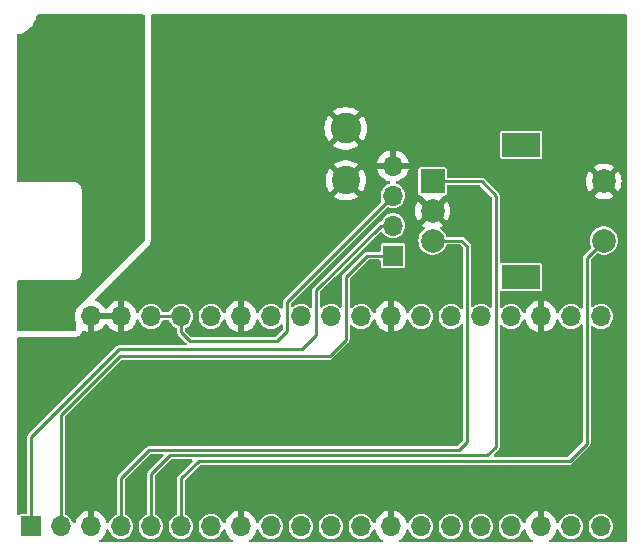
<source format=gbr>
%TF.GenerationSoftware,KiCad,Pcbnew,7.0.1*%
%TF.CreationDate,2023-12-01T14:10:48+08:00*%
%TF.ProjectId,USB-PD-Bench-Supply-PCB,5553422d-5044-42d4-9265-6e63682d5375,1*%
%TF.SameCoordinates,PX68e7780PY3938700*%
%TF.FileFunction,Copper,L1,Top*%
%TF.FilePolarity,Positive*%
%FSLAX46Y46*%
G04 Gerber Fmt 4.6, Leading zero omitted, Abs format (unit mm)*
G04 Created by KiCad (PCBNEW 7.0.1) date 2023-12-01 14:10:48*
%MOMM*%
%LPD*%
G01*
G04 APERTURE LIST*
%TA.AperFunction,ComponentPad*%
%ADD10C,2.600000*%
%TD*%
%TA.AperFunction,ComponentPad*%
%ADD11C,2.400000*%
%TD*%
%TA.AperFunction,ComponentPad*%
%ADD12R,1.700000X1.700000*%
%TD*%
%TA.AperFunction,ComponentPad*%
%ADD13O,1.700000X1.700000*%
%TD*%
%TA.AperFunction,ComponentPad*%
%ADD14R,2.000000X2.000000*%
%TD*%
%TA.AperFunction,ComponentPad*%
%ADD15C,2.000000*%
%TD*%
%TA.AperFunction,ComponentPad*%
%ADD16R,3.200000X2.000000*%
%TD*%
%TA.AperFunction,Conductor*%
%ADD17C,0.250000*%
%TD*%
%TA.AperFunction,Conductor*%
%ADD18C,1.000000*%
%TD*%
G04 APERTURE END LIST*
D10*
%TO.P,J4,1,Pin_1*%
%TO.N,GND*%
X28000000Y-9800000D03*
%TD*%
D11*
%TO.P,J5,1,Pin_1*%
%TO.N,GND*%
X28000000Y-14200000D03*
%TD*%
%TO.P,J3,1,Pin_1*%
%TO.N,/VBUS*%
X8000000Y-14200000D03*
%TD*%
D10*
%TO.P,J2,1,Pin_1*%
%TO.N,/VBUS*%
X8000000Y-9800000D03*
%TD*%
D12*
%TO.P,J1,1,Pin_1*%
%TO.N,/SCL*%
X32000000Y-20580000D03*
D13*
%TO.P,J1,2,Pin_2*%
%TO.N,/SDA*%
X32000000Y-18040000D03*
%TO.P,J1,3,Pin_3*%
%TO.N,+3V3*%
X32000000Y-15500000D03*
%TO.P,J1,4,Pin_4*%
%TO.N,GND*%
X32000000Y-12960000D03*
%TD*%
D14*
%TO.P,SW1,A,A*%
%TO.N,/ENC_A*%
X35350000Y-14300000D03*
D15*
%TO.P,SW1,B,B*%
%TO.N,/ENC_B*%
X35350000Y-19300000D03*
%TO.P,SW1,C,C*%
%TO.N,GND*%
X35350000Y-16800000D03*
D16*
%TO.P,SW1,MP*%
%TO.N,N/C*%
X42850000Y-11200000D03*
X42850000Y-22400000D03*
D15*
%TO.P,SW1,S1,S1*%
%TO.N,/ENC_SW*%
X49850000Y-19300000D03*
%TO.P,SW1,S2,S2*%
%TO.N,GND*%
X49850000Y-14300000D03*
%TD*%
D12*
%TO.P,U6,1,SDA_0*%
%TO.N,/SDA*%
X1351000Y-43500000D03*
D13*
%TO.P,U6,2,SCL_0*%
%TO.N,/SCL*%
X3891000Y-43500000D03*
%TO.P,U6,3,GND*%
%TO.N,GND*%
X6431000Y-43500000D03*
%TO.P,U6,4,GPIO2*%
%TO.N,/ENC_B*%
X8971000Y-43500000D03*
%TO.P,U6,5,GPIO3*%
%TO.N,/ENC_A*%
X11511000Y-43500000D03*
%TO.P,U6,6,GPIO4*%
%TO.N,/ENC_SW*%
X14051000Y-43500000D03*
%TO.P,U6,7,GPIO5*%
%TO.N,unconnected-(U6-GPIO5-Pad7)*%
X16591000Y-43500000D03*
%TO.P,U6,8,GND*%
%TO.N,GND*%
X19131000Y-43500000D03*
%TO.P,U6,9,GPIO6*%
%TO.N,unconnected-(U6-GPIO6-Pad9)*%
X21671000Y-43500000D03*
%TO.P,U6,10,GPIO7*%
%TO.N,unconnected-(U6-GPIO7-Pad10)*%
X24211000Y-43500000D03*
%TO.P,U6,11,GPIO8*%
%TO.N,unconnected-(U6-GPIO8-Pad11)*%
X26751000Y-43500000D03*
%TO.P,U6,12,GPIO9*%
%TO.N,unconnected-(U6-GPIO9-Pad12)*%
X29291000Y-43500000D03*
%TO.P,U6,13,GND*%
%TO.N,GND*%
X31831000Y-43500000D03*
%TO.P,U6,14,GPIO10*%
%TO.N,unconnected-(U6-GPIO10-Pad14)*%
X34371000Y-43500000D03*
%TO.P,U6,15,GPIO11*%
%TO.N,unconnected-(U6-GPIO11-Pad15)*%
X36911000Y-43500000D03*
%TO.P,U6,16,GPIO12*%
%TO.N,unconnected-(U6-GPIO12-Pad16)*%
X39451000Y-43500000D03*
%TO.P,U6,17,GPIO13*%
%TO.N,unconnected-(U6-GPIO13-Pad17)*%
X41991000Y-43500000D03*
%TO.P,U6,18,GND*%
%TO.N,GND*%
X44531000Y-43500000D03*
%TO.P,U6,19,GPIO14*%
%TO.N,unconnected-(U6-GPIO14-Pad19)*%
X47071000Y-43500000D03*
%TO.P,U6,20,GPIO15*%
%TO.N,unconnected-(U6-GPIO15-Pad20)*%
X49611000Y-43500000D03*
%TO.P,U6,21,GPIO16*%
%TO.N,unconnected-(U6-GPIO16-Pad21)*%
X49611000Y-25720000D03*
%TO.P,U6,22,GPIO17*%
%TO.N,unconnected-(U6-GPIO17-Pad22)*%
X47071000Y-25720000D03*
%TO.P,U6,23,GND*%
%TO.N,GND*%
X44531000Y-25720000D03*
%TO.P,U6,24,GPIO18*%
%TO.N,unconnected-(U6-GPIO18-Pad24)*%
X41991000Y-25720000D03*
%TO.P,U6,25,GPIO19*%
%TO.N,unconnected-(U6-GPIO19-Pad25)*%
X39451000Y-25720000D03*
%TO.P,U6,26,GPIO20*%
%TO.N,unconnected-(U6-GPIO20-Pad26)*%
X36911000Y-25720000D03*
%TO.P,U6,27,GPIO21*%
%TO.N,unconnected-(U6-GPIO21-Pad27)*%
X34371000Y-25720000D03*
%TO.P,U6,28,GND*%
%TO.N,GND*%
X31831000Y-25720000D03*
%TO.P,U6,29,GPIO22*%
%TO.N,unconnected-(U6-GPIO22-Pad29)*%
X29291000Y-25720000D03*
%TO.P,U6,30,RESETz*%
%TO.N,unconnected-(U6-RESETz-Pad30)*%
X26751000Y-25720000D03*
%TO.P,U6,31,ADC0*%
%TO.N,unconnected-(U6-ADC0-Pad31)*%
X24211000Y-25720000D03*
%TO.P,U6,32,ADC1*%
%TO.N,unconnected-(U6-ADC1-Pad32)*%
X21671000Y-25720000D03*
%TO.P,U6,33,GND*%
%TO.N,GND*%
X19131000Y-25720000D03*
%TO.P,U6,34,ADC2*%
%TO.N,unconnected-(U6-ADC2-Pad34)*%
X16591000Y-25720000D03*
%TO.P,U6,35,3V3*%
%TO.N,+3V3*%
X14051000Y-25720000D03*
%TO.P,U6,36,3V3*%
X11511000Y-25720000D03*
%TO.P,U6,37,GND*%
%TO.N,GND*%
X8971000Y-25720000D03*
%TO.P,U6,38,GND*%
X6431000Y-25720000D03*
%TO.P,U6,39,VBUS*%
%TO.N,/VBUS*%
X3891000Y-25720000D03*
%TO.P,U6,40,VBUS*%
X1351000Y-25720000D03*
%TD*%
D17*
%TO.N,/ENC_A*%
X40000000Y-37500000D02*
X40700000Y-36800000D01*
X13100000Y-37500000D02*
X40000000Y-37500000D01*
X40700000Y-36800000D02*
X40700000Y-15500000D01*
X40700000Y-15500000D02*
X39500000Y-14300000D01*
X11511000Y-39089000D02*
X13100000Y-37500000D01*
X39500000Y-14300000D02*
X35350000Y-14300000D01*
X11511000Y-43500000D02*
X11511000Y-39089000D01*
%TO.N,/ENC_B*%
X8971000Y-39429000D02*
X8971000Y-43500000D01*
X37550000Y-37050000D02*
X11350000Y-37050000D01*
X11350000Y-37050000D02*
X8971000Y-39429000D01*
X38276000Y-36324000D02*
X37550000Y-37050000D01*
X38276000Y-19776000D02*
X38276000Y-36324000D01*
X37800000Y-19300000D02*
X38276000Y-19776000D01*
X35350000Y-19300000D02*
X37800000Y-19300000D01*
%TO.N,/ENC_SW*%
X15550000Y-37950000D02*
X14051000Y-39449000D01*
X46950000Y-37950000D02*
X15550000Y-37950000D01*
X48400000Y-36500000D02*
X46950000Y-37950000D01*
X48400000Y-20750000D02*
X48400000Y-36500000D01*
X14051000Y-39449000D02*
X14051000Y-43500000D01*
X49850000Y-19300000D02*
X48400000Y-20750000D01*
%TO.N,+3V3*%
X14051000Y-27051000D02*
X14051000Y-25720000D01*
X14800000Y-27800000D02*
X14051000Y-27051000D01*
X23000000Y-27000000D02*
X22200000Y-27800000D01*
X23000000Y-24500000D02*
X23000000Y-27000000D01*
X22200000Y-27800000D02*
X14800000Y-27800000D01*
X32000000Y-15500000D02*
X23000000Y-24500000D01*
D18*
%TO.N,/VBUS*%
X8000000Y-21500000D02*
X8000000Y-9800000D01*
X3891000Y-25720000D02*
X3891000Y-25609000D01*
X3891000Y-25609000D02*
X8000000Y-21500000D01*
D17*
%TO.N,/SCL*%
X28000000Y-27700000D02*
X28000000Y-22400000D01*
X28000000Y-22400000D02*
X29820000Y-20580000D01*
X8868198Y-29068198D02*
X26631802Y-29068198D01*
X3891000Y-34045396D02*
X8868198Y-29068198D01*
X29820000Y-20580000D02*
X32000000Y-20580000D01*
X3891000Y-43500000D02*
X3891000Y-34045396D01*
X26631802Y-29068198D02*
X28000000Y-27700000D01*
%TO.N,/SDA*%
X1351000Y-35949000D02*
X1351000Y-43500000D01*
X25500000Y-27300000D02*
X24300000Y-28500000D01*
X24300000Y-28500000D02*
X8800000Y-28500000D01*
X8800000Y-28500000D02*
X1351000Y-35949000D01*
X25500000Y-23500000D02*
X25500000Y-27300000D01*
X32000000Y-18040000D02*
X30960000Y-18040000D01*
X30960000Y-18040000D02*
X25500000Y-23500000D01*
%TO.N,+3V3*%
X14051000Y-25720000D02*
X11511000Y-25720000D01*
%TD*%
%TA.AperFunction,Conductor*%
%TO.N,/VBUS*%
G36*
X10940218Y-169781D02*
G01*
X10986337Y-215900D01*
X11003218Y-278900D01*
X11003218Y-19199834D01*
X10993784Y-19247670D01*
X10966896Y-19288343D01*
X5814796Y-24508528D01*
X5778375Y-24534211D01*
X5753168Y-24545966D01*
X5559597Y-24681505D01*
X5392505Y-24848597D01*
X5256967Y-25042167D01*
X5238271Y-25082258D01*
X5213761Y-25117507D01*
X5203219Y-25128189D01*
X5203218Y-25128192D01*
X5203218Y-25129497D01*
X5191412Y-25182748D01*
X5157097Y-25256334D01*
X5095937Y-25484590D01*
X5075341Y-25720000D01*
X5095937Y-25955409D01*
X5157096Y-26183663D01*
X5191413Y-26257254D01*
X5203218Y-26310504D01*
X5203218Y-26824259D01*
X5186337Y-26887259D01*
X5140218Y-26933378D01*
X5077218Y-26950259D01*
X278900Y-26950259D01*
X215900Y-26933378D01*
X169781Y-26887259D01*
X152900Y-26824259D01*
X152900Y-22778900D01*
X169781Y-22715900D01*
X215900Y-22669781D01*
X278900Y-22652900D01*
X4974154Y-22652900D01*
X5119613Y-22623967D01*
X5256632Y-22567211D01*
X5379946Y-22484816D01*
X5484816Y-22379946D01*
X5567211Y-22256632D01*
X5623967Y-22119613D01*
X5652900Y-21974154D01*
X5652900Y-21900000D01*
X5652900Y-21865102D01*
X5652900Y-15079869D01*
X5652900Y-15025846D01*
X5623967Y-14880387D01*
X5567211Y-14743368D01*
X5484816Y-14620054D01*
X5484815Y-14620053D01*
X5484813Y-14620050D01*
X5379949Y-14515186D01*
X5256632Y-14432789D01*
X5119613Y-14376033D01*
X5119611Y-14376032D01*
X5119610Y-14376032D01*
X4974154Y-14347100D01*
X4920131Y-14347100D01*
X278900Y-14347100D01*
X215900Y-14330219D01*
X169781Y-14284100D01*
X152900Y-14221100D01*
X152900Y-1925505D01*
X166776Y-1868023D01*
X205348Y-1823201D01*
X260119Y-1800912D01*
X406027Y-1778920D01*
X666626Y-1698536D01*
X912334Y-1580209D01*
X1137662Y-1426583D01*
X1337576Y-1241089D01*
X1507611Y-1027872D01*
X1643969Y-791694D01*
X1743603Y-537830D01*
X1804288Y-271953D01*
X1804288Y-271950D01*
X1804289Y-271947D01*
X1804474Y-269480D01*
X1805653Y-265969D01*
X1806389Y-262747D01*
X1806711Y-262820D01*
X1824279Y-210537D01*
X1869862Y-168244D01*
X1930121Y-152900D01*
X10877218Y-152900D01*
X10940218Y-169781D01*
G37*
%TD.AperFunction*%
%TD*%
%TA.AperFunction,Conductor*%
%TO.N,GND*%
G36*
X51785100Y-169513D02*
G01*
X51830487Y-214900D01*
X51847100Y-276900D01*
X51847100Y-44723100D01*
X51830487Y-44785100D01*
X51785100Y-44830487D01*
X51723100Y-44847100D01*
X45354072Y-44847100D01*
X45293956Y-44831553D01*
X45248914Y-44788810D01*
X45230242Y-44729590D01*
X45242621Y-44668742D01*
X45282948Y-44621525D01*
X45402081Y-44538106D01*
X45569106Y-44371081D01*
X45704600Y-44177576D01*
X45804430Y-43963491D01*
X45837158Y-43841350D01*
X45868679Y-43786338D01*
X45923274Y-43754099D01*
X45986668Y-43753061D01*
X46042289Y-43783496D01*
X46075593Y-43837447D01*
X46095767Y-43903953D01*
X46095769Y-43903956D01*
X46193315Y-44086450D01*
X46244608Y-44148952D01*
X46324589Y-44246410D01*
X46404569Y-44312047D01*
X46484550Y-44377685D01*
X46667046Y-44475232D01*
X46865066Y-44535300D01*
X47071000Y-44555583D01*
X47276934Y-44535300D01*
X47474954Y-44475232D01*
X47657450Y-44377685D01*
X47817410Y-44246410D01*
X47948685Y-44086450D01*
X48046232Y-43903954D01*
X48106300Y-43705934D01*
X48126583Y-43500000D01*
X48555417Y-43500000D01*
X48575699Y-43705932D01*
X48599228Y-43783496D01*
X48635768Y-43903954D01*
X48733315Y-44086450D01*
X48784608Y-44148952D01*
X48864589Y-44246410D01*
X48944569Y-44312047D01*
X49024550Y-44377685D01*
X49207046Y-44475232D01*
X49405066Y-44535300D01*
X49611000Y-44555583D01*
X49816934Y-44535300D01*
X50014954Y-44475232D01*
X50197450Y-44377685D01*
X50357410Y-44246410D01*
X50488685Y-44086450D01*
X50586232Y-43903954D01*
X50646300Y-43705934D01*
X50666583Y-43500000D01*
X50646300Y-43294066D01*
X50586232Y-43096046D01*
X50488685Y-42913550D01*
X50413898Y-42822421D01*
X50357410Y-42753589D01*
X50207121Y-42630252D01*
X50197450Y-42622315D01*
X50014954Y-42524768D01*
X49915944Y-42494734D01*
X49816932Y-42464699D01*
X49611000Y-42444417D01*
X49405067Y-42464699D01*
X49207043Y-42524769D01*
X49024551Y-42622314D01*
X48864589Y-42753589D01*
X48733314Y-42913551D01*
X48635769Y-43096043D01*
X48575699Y-43294067D01*
X48555417Y-43500000D01*
X48126583Y-43500000D01*
X48106300Y-43294066D01*
X48046232Y-43096046D01*
X47948685Y-42913550D01*
X47873898Y-42822421D01*
X47817410Y-42753589D01*
X47667121Y-42630252D01*
X47657450Y-42622315D01*
X47474954Y-42524768D01*
X47375944Y-42494734D01*
X47276932Y-42464699D01*
X47071000Y-42444417D01*
X46865067Y-42464699D01*
X46667043Y-42524769D01*
X46484551Y-42622314D01*
X46324589Y-42753589D01*
X46193314Y-42913551D01*
X46095767Y-43096047D01*
X46075593Y-43162552D01*
X46042288Y-43216503D01*
X45986668Y-43246938D01*
X45923274Y-43245900D01*
X45868679Y-43213661D01*
X45837158Y-43158649D01*
X45804430Y-43036508D01*
X45704599Y-42822421D01*
X45569109Y-42628921D01*
X45402081Y-42461893D01*
X45208576Y-42326399D01*
X44994492Y-42226569D01*
X44781000Y-42169364D01*
X44781000Y-43626000D01*
X44764387Y-43688000D01*
X44719000Y-43733387D01*
X44657000Y-43750000D01*
X44405000Y-43750000D01*
X44343000Y-43733387D01*
X44297613Y-43688000D01*
X44281000Y-43626000D01*
X44281000Y-42169364D01*
X44280999Y-42169364D01*
X44067507Y-42226569D01*
X43853421Y-42326400D01*
X43659921Y-42461890D01*
X43492890Y-42628921D01*
X43357400Y-42822421D01*
X43257569Y-43036507D01*
X43224841Y-43158650D01*
X43193319Y-43213662D01*
X43138724Y-43245901D01*
X43075330Y-43246938D01*
X43019710Y-43216502D01*
X42986406Y-43162552D01*
X42966232Y-43096046D01*
X42868685Y-42913550D01*
X42793898Y-42822421D01*
X42737410Y-42753589D01*
X42587121Y-42630252D01*
X42577450Y-42622315D01*
X42394954Y-42524768D01*
X42295944Y-42494734D01*
X42196932Y-42464699D01*
X41991000Y-42444417D01*
X41785067Y-42464699D01*
X41587043Y-42524769D01*
X41404551Y-42622314D01*
X41244589Y-42753589D01*
X41113314Y-42913551D01*
X41015769Y-43096043D01*
X40955699Y-43294067D01*
X40935417Y-43500000D01*
X40955699Y-43705932D01*
X40979228Y-43783496D01*
X41015768Y-43903954D01*
X41113315Y-44086450D01*
X41164608Y-44148952D01*
X41244589Y-44246410D01*
X41324569Y-44312047D01*
X41404550Y-44377685D01*
X41587046Y-44475232D01*
X41785066Y-44535300D01*
X41991000Y-44555583D01*
X42196934Y-44535300D01*
X42394954Y-44475232D01*
X42577450Y-44377685D01*
X42737410Y-44246410D01*
X42868685Y-44086450D01*
X42966232Y-43903954D01*
X42986406Y-43837446D01*
X43019709Y-43783497D01*
X43075330Y-43753061D01*
X43138724Y-43754098D01*
X43193319Y-43786337D01*
X43224841Y-43841349D01*
X43257569Y-43963492D01*
X43357399Y-44177576D01*
X43492893Y-44371081D01*
X43659918Y-44538106D01*
X43779052Y-44621525D01*
X43819379Y-44668742D01*
X43831758Y-44729590D01*
X43813086Y-44788810D01*
X43768044Y-44831553D01*
X43707928Y-44847100D01*
X32654072Y-44847100D01*
X32593956Y-44831553D01*
X32548914Y-44788810D01*
X32530242Y-44729590D01*
X32542621Y-44668742D01*
X32582948Y-44621525D01*
X32702081Y-44538106D01*
X32869106Y-44371081D01*
X33004600Y-44177576D01*
X33104430Y-43963491D01*
X33137158Y-43841350D01*
X33168679Y-43786338D01*
X33223274Y-43754099D01*
X33286668Y-43753061D01*
X33342289Y-43783496D01*
X33375593Y-43837447D01*
X33395767Y-43903953D01*
X33395769Y-43903956D01*
X33493315Y-44086450D01*
X33544608Y-44148952D01*
X33624589Y-44246410D01*
X33704569Y-44312047D01*
X33784550Y-44377685D01*
X33967046Y-44475232D01*
X34165066Y-44535300D01*
X34371000Y-44555583D01*
X34576934Y-44535300D01*
X34774954Y-44475232D01*
X34957450Y-44377685D01*
X35117410Y-44246410D01*
X35248685Y-44086450D01*
X35346232Y-43903954D01*
X35406300Y-43705934D01*
X35426583Y-43500000D01*
X35855417Y-43500000D01*
X35875699Y-43705932D01*
X35899228Y-43783496D01*
X35935768Y-43903954D01*
X36033315Y-44086450D01*
X36084608Y-44148952D01*
X36164589Y-44246410D01*
X36244569Y-44312047D01*
X36324550Y-44377685D01*
X36507046Y-44475232D01*
X36705066Y-44535300D01*
X36911000Y-44555583D01*
X37116934Y-44535300D01*
X37314954Y-44475232D01*
X37497450Y-44377685D01*
X37657410Y-44246410D01*
X37788685Y-44086450D01*
X37886232Y-43903954D01*
X37946300Y-43705934D01*
X37966583Y-43500000D01*
X38395417Y-43500000D01*
X38415699Y-43705932D01*
X38439228Y-43783496D01*
X38475768Y-43903954D01*
X38573315Y-44086450D01*
X38624608Y-44148952D01*
X38704589Y-44246410D01*
X38784569Y-44312047D01*
X38864550Y-44377685D01*
X39047046Y-44475232D01*
X39245066Y-44535300D01*
X39451000Y-44555583D01*
X39656934Y-44535300D01*
X39854954Y-44475232D01*
X40037450Y-44377685D01*
X40197410Y-44246410D01*
X40328685Y-44086450D01*
X40426232Y-43903954D01*
X40486300Y-43705934D01*
X40506583Y-43500000D01*
X40486300Y-43294066D01*
X40426232Y-43096046D01*
X40328685Y-42913550D01*
X40253898Y-42822421D01*
X40197410Y-42753589D01*
X40047121Y-42630252D01*
X40037450Y-42622315D01*
X39854954Y-42524768D01*
X39755944Y-42494734D01*
X39656932Y-42464699D01*
X39451000Y-42444417D01*
X39245067Y-42464699D01*
X39047043Y-42524769D01*
X38864551Y-42622314D01*
X38704589Y-42753589D01*
X38573314Y-42913551D01*
X38475769Y-43096043D01*
X38415699Y-43294067D01*
X38395417Y-43500000D01*
X37966583Y-43500000D01*
X37946300Y-43294066D01*
X37886232Y-43096046D01*
X37788685Y-42913550D01*
X37713898Y-42822421D01*
X37657410Y-42753589D01*
X37507121Y-42630252D01*
X37497450Y-42622315D01*
X37314954Y-42524768D01*
X37215944Y-42494734D01*
X37116932Y-42464699D01*
X36911000Y-42444417D01*
X36705067Y-42464699D01*
X36507043Y-42524769D01*
X36324551Y-42622314D01*
X36164589Y-42753589D01*
X36033314Y-42913551D01*
X35935769Y-43096043D01*
X35875699Y-43294067D01*
X35855417Y-43500000D01*
X35426583Y-43500000D01*
X35406300Y-43294066D01*
X35346232Y-43096046D01*
X35248685Y-42913550D01*
X35173898Y-42822421D01*
X35117410Y-42753589D01*
X34967121Y-42630252D01*
X34957450Y-42622315D01*
X34774954Y-42524768D01*
X34675944Y-42494734D01*
X34576932Y-42464699D01*
X34371000Y-42444417D01*
X34165067Y-42464699D01*
X33967043Y-42524769D01*
X33784551Y-42622314D01*
X33624589Y-42753589D01*
X33493314Y-42913551D01*
X33395767Y-43096047D01*
X33375593Y-43162552D01*
X33342288Y-43216503D01*
X33286668Y-43246938D01*
X33223274Y-43245900D01*
X33168679Y-43213661D01*
X33137158Y-43158649D01*
X33104430Y-43036508D01*
X33004599Y-42822421D01*
X32869109Y-42628921D01*
X32702081Y-42461893D01*
X32508576Y-42326399D01*
X32294492Y-42226569D01*
X32081000Y-42169364D01*
X32081000Y-43626000D01*
X32064387Y-43688000D01*
X32019000Y-43733387D01*
X31957000Y-43750000D01*
X31705000Y-43750000D01*
X31643000Y-43733387D01*
X31597613Y-43688000D01*
X31581000Y-43626000D01*
X31581000Y-42169364D01*
X31580999Y-42169364D01*
X31367507Y-42226569D01*
X31153421Y-42326400D01*
X30959921Y-42461890D01*
X30792890Y-42628921D01*
X30657400Y-42822421D01*
X30557569Y-43036507D01*
X30524841Y-43158650D01*
X30493319Y-43213662D01*
X30438724Y-43245901D01*
X30375330Y-43246938D01*
X30319710Y-43216502D01*
X30286406Y-43162552D01*
X30266232Y-43096046D01*
X30168685Y-42913550D01*
X30093898Y-42822421D01*
X30037410Y-42753589D01*
X29887121Y-42630252D01*
X29877450Y-42622315D01*
X29694954Y-42524768D01*
X29595944Y-42494734D01*
X29496932Y-42464699D01*
X29291000Y-42444417D01*
X29085067Y-42464699D01*
X28887043Y-42524769D01*
X28704551Y-42622314D01*
X28544589Y-42753589D01*
X28413314Y-42913551D01*
X28315769Y-43096043D01*
X28255699Y-43294067D01*
X28235417Y-43500000D01*
X28255699Y-43705932D01*
X28279228Y-43783496D01*
X28315768Y-43903954D01*
X28413315Y-44086450D01*
X28464608Y-44148952D01*
X28544589Y-44246410D01*
X28624569Y-44312047D01*
X28704550Y-44377685D01*
X28887046Y-44475232D01*
X29085066Y-44535300D01*
X29291000Y-44555583D01*
X29496934Y-44535300D01*
X29694954Y-44475232D01*
X29877450Y-44377685D01*
X30037410Y-44246410D01*
X30168685Y-44086450D01*
X30266232Y-43903954D01*
X30286406Y-43837446D01*
X30319709Y-43783497D01*
X30375330Y-43753061D01*
X30438724Y-43754098D01*
X30493319Y-43786337D01*
X30524841Y-43841349D01*
X30557569Y-43963492D01*
X30657399Y-44177576D01*
X30792893Y-44371081D01*
X30959918Y-44538106D01*
X31079052Y-44621525D01*
X31119379Y-44668742D01*
X31131758Y-44729590D01*
X31113086Y-44788810D01*
X31068044Y-44831553D01*
X31007928Y-44847100D01*
X19954072Y-44847100D01*
X19893956Y-44831553D01*
X19848914Y-44788810D01*
X19830242Y-44729590D01*
X19842621Y-44668742D01*
X19882948Y-44621525D01*
X20002081Y-44538106D01*
X20169106Y-44371081D01*
X20304600Y-44177576D01*
X20404430Y-43963491D01*
X20437158Y-43841350D01*
X20468679Y-43786338D01*
X20523274Y-43754099D01*
X20586668Y-43753061D01*
X20642289Y-43783496D01*
X20675593Y-43837447D01*
X20695767Y-43903953D01*
X20695769Y-43903956D01*
X20793315Y-44086450D01*
X20844608Y-44148952D01*
X20924589Y-44246410D01*
X21004569Y-44312047D01*
X21084550Y-44377685D01*
X21267046Y-44475232D01*
X21465066Y-44535300D01*
X21671000Y-44555583D01*
X21876934Y-44535300D01*
X22074954Y-44475232D01*
X22257450Y-44377685D01*
X22417410Y-44246410D01*
X22548685Y-44086450D01*
X22646232Y-43903954D01*
X22706300Y-43705934D01*
X22726583Y-43500000D01*
X23155417Y-43500000D01*
X23175699Y-43705932D01*
X23199228Y-43783496D01*
X23235768Y-43903954D01*
X23333315Y-44086450D01*
X23384608Y-44148952D01*
X23464589Y-44246410D01*
X23544569Y-44312047D01*
X23624550Y-44377685D01*
X23807046Y-44475232D01*
X24005066Y-44535300D01*
X24211000Y-44555583D01*
X24416934Y-44535300D01*
X24614954Y-44475232D01*
X24797450Y-44377685D01*
X24957410Y-44246410D01*
X25088685Y-44086450D01*
X25186232Y-43903954D01*
X25246300Y-43705934D01*
X25266583Y-43500000D01*
X25695417Y-43500000D01*
X25715699Y-43705932D01*
X25739228Y-43783496D01*
X25775768Y-43903954D01*
X25873315Y-44086450D01*
X25924608Y-44148952D01*
X26004589Y-44246410D01*
X26084569Y-44312047D01*
X26164550Y-44377685D01*
X26347046Y-44475232D01*
X26545066Y-44535300D01*
X26751000Y-44555583D01*
X26956934Y-44535300D01*
X27154954Y-44475232D01*
X27337450Y-44377685D01*
X27497410Y-44246410D01*
X27628685Y-44086450D01*
X27726232Y-43903954D01*
X27786300Y-43705934D01*
X27806583Y-43500000D01*
X27786300Y-43294066D01*
X27726232Y-43096046D01*
X27628685Y-42913550D01*
X27553898Y-42822421D01*
X27497410Y-42753589D01*
X27347121Y-42630252D01*
X27337450Y-42622315D01*
X27154954Y-42524768D01*
X27055944Y-42494734D01*
X26956932Y-42464699D01*
X26751000Y-42444417D01*
X26545067Y-42464699D01*
X26347043Y-42524769D01*
X26164551Y-42622314D01*
X26004589Y-42753589D01*
X25873314Y-42913551D01*
X25775769Y-43096043D01*
X25715699Y-43294067D01*
X25695417Y-43500000D01*
X25266583Y-43500000D01*
X25246300Y-43294066D01*
X25186232Y-43096046D01*
X25088685Y-42913550D01*
X25013898Y-42822421D01*
X24957410Y-42753589D01*
X24807121Y-42630252D01*
X24797450Y-42622315D01*
X24614954Y-42524768D01*
X24515944Y-42494734D01*
X24416932Y-42464699D01*
X24211000Y-42444417D01*
X24005067Y-42464699D01*
X23807043Y-42524769D01*
X23624551Y-42622314D01*
X23464589Y-42753589D01*
X23333314Y-42913551D01*
X23235769Y-43096043D01*
X23175699Y-43294067D01*
X23155417Y-43500000D01*
X22726583Y-43500000D01*
X22706300Y-43294066D01*
X22646232Y-43096046D01*
X22548685Y-42913550D01*
X22473898Y-42822421D01*
X22417410Y-42753589D01*
X22267121Y-42630252D01*
X22257450Y-42622315D01*
X22074954Y-42524768D01*
X21975944Y-42494734D01*
X21876932Y-42464699D01*
X21671000Y-42444417D01*
X21465067Y-42464699D01*
X21267043Y-42524769D01*
X21084551Y-42622314D01*
X20924589Y-42753589D01*
X20793314Y-42913551D01*
X20695767Y-43096047D01*
X20675593Y-43162552D01*
X20642288Y-43216503D01*
X20586668Y-43246938D01*
X20523274Y-43245900D01*
X20468679Y-43213661D01*
X20437158Y-43158649D01*
X20404430Y-43036508D01*
X20304599Y-42822421D01*
X20169109Y-42628921D01*
X20002081Y-42461893D01*
X19808576Y-42326399D01*
X19594492Y-42226569D01*
X19381000Y-42169364D01*
X19381000Y-43626000D01*
X19364387Y-43688000D01*
X19319000Y-43733387D01*
X19257000Y-43750000D01*
X19005000Y-43750000D01*
X18943000Y-43733387D01*
X18897613Y-43688000D01*
X18881000Y-43626000D01*
X18881000Y-42169364D01*
X18880999Y-42169364D01*
X18667507Y-42226569D01*
X18453421Y-42326400D01*
X18259921Y-42461890D01*
X18092890Y-42628921D01*
X17957400Y-42822421D01*
X17857569Y-43036507D01*
X17824841Y-43158650D01*
X17793319Y-43213662D01*
X17738724Y-43245901D01*
X17675330Y-43246938D01*
X17619710Y-43216502D01*
X17586406Y-43162552D01*
X17566232Y-43096046D01*
X17468685Y-42913550D01*
X17393898Y-42822421D01*
X17337410Y-42753589D01*
X17187121Y-42630252D01*
X17177450Y-42622315D01*
X16994954Y-42524768D01*
X16895944Y-42494734D01*
X16796932Y-42464699D01*
X16591000Y-42444417D01*
X16385067Y-42464699D01*
X16187043Y-42524769D01*
X16004551Y-42622314D01*
X15844589Y-42753589D01*
X15713314Y-42913551D01*
X15615769Y-43096043D01*
X15555699Y-43294067D01*
X15535417Y-43500000D01*
X15555699Y-43705932D01*
X15579228Y-43783496D01*
X15615768Y-43903954D01*
X15713315Y-44086450D01*
X15764608Y-44148952D01*
X15844589Y-44246410D01*
X15924569Y-44312047D01*
X16004550Y-44377685D01*
X16187046Y-44475232D01*
X16385066Y-44535300D01*
X16591000Y-44555583D01*
X16796934Y-44535300D01*
X16994954Y-44475232D01*
X17177450Y-44377685D01*
X17337410Y-44246410D01*
X17468685Y-44086450D01*
X17566232Y-43903954D01*
X17586406Y-43837446D01*
X17619709Y-43783497D01*
X17675330Y-43753061D01*
X17738724Y-43754098D01*
X17793319Y-43786337D01*
X17824841Y-43841349D01*
X17857569Y-43963492D01*
X17957399Y-44177576D01*
X18092893Y-44371081D01*
X18259918Y-44538106D01*
X18379052Y-44621525D01*
X18419379Y-44668742D01*
X18431758Y-44729590D01*
X18413086Y-44788810D01*
X18368044Y-44831553D01*
X18307928Y-44847100D01*
X7254072Y-44847100D01*
X7193956Y-44831553D01*
X7148914Y-44788810D01*
X7130242Y-44729590D01*
X7142621Y-44668742D01*
X7182948Y-44621525D01*
X7302081Y-44538106D01*
X7469106Y-44371081D01*
X7604600Y-44177576D01*
X7704430Y-43963491D01*
X7737158Y-43841350D01*
X7768679Y-43786338D01*
X7823274Y-43754099D01*
X7886668Y-43753061D01*
X7942289Y-43783496D01*
X7975593Y-43837447D01*
X7995767Y-43903953D01*
X7995769Y-43903956D01*
X8093315Y-44086450D01*
X8144608Y-44148952D01*
X8224589Y-44246410D01*
X8304569Y-44312047D01*
X8384550Y-44377685D01*
X8567046Y-44475232D01*
X8765066Y-44535300D01*
X8971000Y-44555583D01*
X9176934Y-44535300D01*
X9374954Y-44475232D01*
X9557450Y-44377685D01*
X9717410Y-44246410D01*
X9848685Y-44086450D01*
X9946232Y-43903954D01*
X10006300Y-43705934D01*
X10026583Y-43500000D01*
X10006300Y-43294066D01*
X9946232Y-43096046D01*
X9848685Y-42913550D01*
X9773898Y-42822421D01*
X9717410Y-42753589D01*
X9557450Y-42622315D01*
X9364182Y-42519010D01*
X9365269Y-42516975D01*
X9338740Y-42502231D01*
X9307553Y-42460179D01*
X9296500Y-42409004D01*
X9296500Y-39615188D01*
X9305939Y-39567735D01*
X9332819Y-39527507D01*
X11448507Y-37411819D01*
X11488735Y-37384939D01*
X11536188Y-37375500D01*
X12464811Y-37375500D01*
X12521106Y-37389015D01*
X12565129Y-37426615D01*
X12587284Y-37480102D01*
X12582742Y-37537818D01*
X12552492Y-37587181D01*
X11294714Y-38844958D01*
X11286741Y-38852264D01*
X11257806Y-38876544D01*
X11238914Y-38909264D01*
X11233106Y-38918380D01*
X11210831Y-38950193D01*
X11200597Y-38974899D01*
X11193852Y-39013148D01*
X11191512Y-39023704D01*
X11181735Y-39060192D01*
X11185028Y-39097820D01*
X11185500Y-39108628D01*
X11185500Y-42409004D01*
X11174447Y-42460179D01*
X11143260Y-42502231D01*
X11116730Y-42516975D01*
X11117818Y-42519010D01*
X10924549Y-42622315D01*
X10764589Y-42753589D01*
X10633314Y-42913551D01*
X10535769Y-43096043D01*
X10475699Y-43294067D01*
X10455417Y-43499999D01*
X10475699Y-43705932D01*
X10499228Y-43783496D01*
X10535768Y-43903954D01*
X10633315Y-44086450D01*
X10684608Y-44148952D01*
X10764589Y-44246410D01*
X10844569Y-44312047D01*
X10924550Y-44377685D01*
X11107046Y-44475232D01*
X11305066Y-44535300D01*
X11511000Y-44555583D01*
X11716934Y-44535300D01*
X11914954Y-44475232D01*
X12097450Y-44377685D01*
X12257410Y-44246410D01*
X12388685Y-44086450D01*
X12486232Y-43903954D01*
X12546300Y-43705934D01*
X12566583Y-43500000D01*
X12546300Y-43294066D01*
X12486232Y-43096046D01*
X12388685Y-42913550D01*
X12313898Y-42822421D01*
X12257410Y-42753589D01*
X12097450Y-42622315D01*
X11904182Y-42519010D01*
X11905269Y-42516975D01*
X11878740Y-42502231D01*
X11847553Y-42460179D01*
X11836500Y-42409004D01*
X11836500Y-39275188D01*
X11845939Y-39227735D01*
X11872819Y-39187507D01*
X13198508Y-37861819D01*
X13238736Y-37834939D01*
X13286189Y-37825500D01*
X14914812Y-37825500D01*
X14971107Y-37839015D01*
X15015130Y-37876615D01*
X15037285Y-37930102D01*
X15032743Y-37987818D01*
X15002493Y-38037181D01*
X13834714Y-39204958D01*
X13826741Y-39212264D01*
X13797806Y-39236544D01*
X13778914Y-39269264D01*
X13773106Y-39278380D01*
X13750831Y-39310193D01*
X13740597Y-39334899D01*
X13733852Y-39373148D01*
X13731512Y-39383704D01*
X13721735Y-39420192D01*
X13725028Y-39457820D01*
X13725500Y-39468628D01*
X13725500Y-42409004D01*
X13714447Y-42460179D01*
X13683260Y-42502231D01*
X13656730Y-42516975D01*
X13657818Y-42519010D01*
X13464549Y-42622315D01*
X13304589Y-42753589D01*
X13173314Y-42913551D01*
X13075769Y-43096043D01*
X13015699Y-43294067D01*
X12995417Y-43499999D01*
X13015699Y-43705932D01*
X13039228Y-43783496D01*
X13075768Y-43903954D01*
X13173315Y-44086450D01*
X13224608Y-44148952D01*
X13304589Y-44246410D01*
X13384569Y-44312047D01*
X13464550Y-44377685D01*
X13647046Y-44475232D01*
X13845066Y-44535300D01*
X14051000Y-44555583D01*
X14256934Y-44535300D01*
X14454954Y-44475232D01*
X14637450Y-44377685D01*
X14797410Y-44246410D01*
X14928685Y-44086450D01*
X15026232Y-43903954D01*
X15086300Y-43705934D01*
X15106583Y-43500000D01*
X15086300Y-43294066D01*
X15026232Y-43096046D01*
X14928685Y-42913550D01*
X14853898Y-42822421D01*
X14797410Y-42753589D01*
X14637450Y-42622315D01*
X14444182Y-42519010D01*
X14445269Y-42516975D01*
X14418740Y-42502231D01*
X14387553Y-42460179D01*
X14376500Y-42409004D01*
X14376500Y-39635188D01*
X14385939Y-39587735D01*
X14412819Y-39547507D01*
X15648507Y-38311819D01*
X15688735Y-38284939D01*
X15736188Y-38275500D01*
X46930373Y-38275500D01*
X46941180Y-38275971D01*
X46978807Y-38279264D01*
X47015324Y-38269478D01*
X47025830Y-38267149D01*
X47063045Y-38260588D01*
X47063047Y-38260586D01*
X47064112Y-38260399D01*
X47088799Y-38250173D01*
X47089682Y-38249554D01*
X47089684Y-38249554D01*
X47120625Y-38227887D01*
X47129722Y-38222091D01*
X47162455Y-38203194D01*
X47186748Y-38174241D01*
X47194036Y-38166288D01*
X48616290Y-36744034D01*
X48624258Y-36736734D01*
X48653192Y-36712457D01*
X48653192Y-36712456D01*
X48653194Y-36712455D01*
X48672091Y-36679722D01*
X48677887Y-36670625D01*
X48699554Y-36639684D01*
X48699554Y-36639682D01*
X48700173Y-36638799D01*
X48710399Y-36614112D01*
X48710586Y-36613047D01*
X48710588Y-36613045D01*
X48717149Y-36575830D01*
X48719478Y-36565324D01*
X48729264Y-36528807D01*
X48725971Y-36491176D01*
X48725500Y-36480370D01*
X48725500Y-26614438D01*
X48744738Y-26548098D01*
X48796483Y-26502344D01*
X48864678Y-26491370D01*
X48928164Y-26518584D01*
X48944374Y-26531887D01*
X49024550Y-26597685D01*
X49207046Y-26695232D01*
X49405066Y-26755300D01*
X49611000Y-26775583D01*
X49816934Y-26755300D01*
X50014954Y-26695232D01*
X50197450Y-26597685D01*
X50357410Y-26466410D01*
X50488685Y-26306450D01*
X50586232Y-26123954D01*
X50646300Y-25925934D01*
X50666583Y-25720000D01*
X50646300Y-25514066D01*
X50586232Y-25316046D01*
X50488685Y-25133550D01*
X50414701Y-25043400D01*
X50357410Y-24973589D01*
X50257452Y-24891557D01*
X50197450Y-24842315D01*
X50014954Y-24744768D01*
X49915943Y-24714733D01*
X49816932Y-24684699D01*
X49611000Y-24664417D01*
X49405067Y-24684699D01*
X49207043Y-24744769D01*
X49024551Y-24842314D01*
X48928164Y-24921416D01*
X48864678Y-24948630D01*
X48796483Y-24937656D01*
X48744738Y-24891902D01*
X48725500Y-24825562D01*
X48725500Y-20936188D01*
X48734939Y-20888735D01*
X48761819Y-20848507D01*
X48851506Y-20758820D01*
X49196710Y-20413614D01*
X49236054Y-20387106D01*
X49282478Y-20377313D01*
X49329180Y-20385670D01*
X49520060Y-20459618D01*
X49738757Y-20500500D01*
X49961241Y-20500500D01*
X49961243Y-20500500D01*
X50179940Y-20459618D01*
X50387401Y-20379247D01*
X50576562Y-20262124D01*
X50740981Y-20112236D01*
X50875058Y-19934689D01*
X50974229Y-19735528D01*
X50979909Y-19715567D01*
X50997116Y-19655085D01*
X51035115Y-19521536D01*
X51055643Y-19300000D01*
X51035115Y-19078464D01*
X51005535Y-18974500D01*
X50974230Y-18864473D01*
X50875058Y-18665311D01*
X50740980Y-18487762D01*
X50576562Y-18337875D01*
X50387404Y-18220754D01*
X50229898Y-18159736D01*
X50179940Y-18140382D01*
X49961243Y-18099500D01*
X49738757Y-18099500D01*
X49520060Y-18140381D01*
X49520060Y-18140382D01*
X49312595Y-18220754D01*
X49123437Y-18337875D01*
X48959019Y-18487762D01*
X48824941Y-18665311D01*
X48725769Y-18864473D01*
X48664885Y-19078462D01*
X48644357Y-19300000D01*
X48664885Y-19521537D01*
X48725769Y-19735525D01*
X48761918Y-19808120D01*
X48774786Y-19857665D01*
X48766545Y-19908186D01*
X48738599Y-19951073D01*
X48183714Y-20505958D01*
X48175741Y-20513264D01*
X48146806Y-20537544D01*
X48127914Y-20570264D01*
X48122106Y-20579380D01*
X48099831Y-20611193D01*
X48089597Y-20635899D01*
X48082852Y-20674148D01*
X48080512Y-20684704D01*
X48070735Y-20721192D01*
X48074028Y-20758820D01*
X48074500Y-20769628D01*
X48074500Y-24940298D01*
X48059858Y-24998751D01*
X48019390Y-25043400D01*
X47962654Y-25063701D01*
X47903047Y-25054859D01*
X47854646Y-25018962D01*
X47817410Y-24973589D01*
X47717452Y-24891557D01*
X47657450Y-24842315D01*
X47474954Y-24744768D01*
X47375943Y-24714733D01*
X47276932Y-24684699D01*
X47071000Y-24664417D01*
X46865067Y-24684699D01*
X46667043Y-24744769D01*
X46484551Y-24842314D01*
X46324589Y-24973589D01*
X46193314Y-25133551D01*
X46095767Y-25316047D01*
X46075593Y-25382552D01*
X46042288Y-25436503D01*
X45986668Y-25466938D01*
X45923274Y-25465900D01*
X45868679Y-25433661D01*
X45837158Y-25378649D01*
X45804430Y-25256508D01*
X45704599Y-25042421D01*
X45569109Y-24848921D01*
X45402081Y-24681893D01*
X45208576Y-24546399D01*
X44994492Y-24446569D01*
X44781000Y-24389364D01*
X44781000Y-27050635D01*
X44994492Y-26993430D01*
X45208576Y-26893600D01*
X45402081Y-26758106D01*
X45569106Y-26591081D01*
X45704600Y-26397576D01*
X45804430Y-26183491D01*
X45837158Y-26061350D01*
X45868679Y-26006338D01*
X45923274Y-25974099D01*
X45986668Y-25973061D01*
X46042289Y-26003496D01*
X46075593Y-26057447D01*
X46095767Y-26123953D01*
X46145500Y-26216995D01*
X46193315Y-26306450D01*
X46221894Y-26341274D01*
X46324589Y-26466410D01*
X46391004Y-26520914D01*
X46484550Y-26597685D01*
X46667046Y-26695232D01*
X46865066Y-26755300D01*
X47071000Y-26775583D01*
X47276934Y-26755300D01*
X47474954Y-26695232D01*
X47657450Y-26597685D01*
X47817410Y-26466410D01*
X47846105Y-26431445D01*
X47854646Y-26421038D01*
X47903047Y-26385141D01*
X47962654Y-26376299D01*
X48019390Y-26396600D01*
X48059858Y-26441249D01*
X48074500Y-26499702D01*
X48074500Y-36313812D01*
X48065061Y-36361265D01*
X48038181Y-36401493D01*
X46851493Y-37588181D01*
X46811265Y-37615061D01*
X46763812Y-37624500D01*
X40635188Y-37624500D01*
X40578893Y-37610985D01*
X40534870Y-37573385D01*
X40512715Y-37519898D01*
X40517257Y-37462182D01*
X40547507Y-37412819D01*
X40584826Y-37375500D01*
X40916296Y-37044029D01*
X40924250Y-37036740D01*
X40953194Y-37012455D01*
X40972102Y-36979703D01*
X40977878Y-36970638D01*
X40999553Y-36939684D01*
X40999553Y-36939681D01*
X41000171Y-36938800D01*
X41010400Y-36914105D01*
X41010586Y-36913047D01*
X41010588Y-36913045D01*
X41017150Y-36875824D01*
X41019480Y-36865312D01*
X41029263Y-36828807D01*
X41025971Y-36791188D01*
X41025500Y-36780382D01*
X41025500Y-26546006D01*
X41040142Y-26487553D01*
X41080609Y-26442904D01*
X41137346Y-26422603D01*
X41196953Y-26431445D01*
X41234581Y-26459352D01*
X41235148Y-26458662D01*
X41311004Y-26520914D01*
X41404550Y-26597685D01*
X41587046Y-26695232D01*
X41785066Y-26755300D01*
X41991000Y-26775583D01*
X42196934Y-26755300D01*
X42394954Y-26695232D01*
X42577450Y-26597685D01*
X42737410Y-26466410D01*
X42868685Y-26306450D01*
X42966232Y-26123954D01*
X42986406Y-26057446D01*
X43019709Y-26003497D01*
X43075330Y-25973061D01*
X43138724Y-25974098D01*
X43193319Y-26006337D01*
X43224841Y-26061349D01*
X43257569Y-26183492D01*
X43357399Y-26397576D01*
X43492893Y-26591081D01*
X43659918Y-26758106D01*
X43853423Y-26893600D01*
X44067507Y-26993430D01*
X44280999Y-27050635D01*
X44281000Y-27050636D01*
X44281000Y-24389364D01*
X44280999Y-24389364D01*
X44067507Y-24446569D01*
X43853421Y-24546400D01*
X43659921Y-24681890D01*
X43492890Y-24848921D01*
X43357400Y-25042421D01*
X43257569Y-25256507D01*
X43224841Y-25378650D01*
X43193319Y-25433662D01*
X43138724Y-25465901D01*
X43075330Y-25466938D01*
X43019710Y-25436502D01*
X42986406Y-25382552D01*
X42966232Y-25316046D01*
X42868685Y-25133550D01*
X42794701Y-25043400D01*
X42737410Y-24973589D01*
X42637452Y-24891557D01*
X42577450Y-24842315D01*
X42394954Y-24744768D01*
X42295943Y-24714733D01*
X42196932Y-24684699D01*
X41991000Y-24664417D01*
X41785067Y-24684699D01*
X41587043Y-24744769D01*
X41404551Y-24842314D01*
X41235148Y-24981338D01*
X41234581Y-24980647D01*
X41196953Y-25008555D01*
X41137346Y-25017397D01*
X41080609Y-24997096D01*
X41040142Y-24952447D01*
X41025500Y-24893994D01*
X41025500Y-23710866D01*
X41037405Y-23657849D01*
X41070836Y-23615012D01*
X41119371Y-23590582D01*
X41173689Y-23589249D01*
X41230252Y-23600500D01*
X44469748Y-23600500D01*
X44469749Y-23600500D01*
X44498989Y-23594683D01*
X44528231Y-23588867D01*
X44594552Y-23544552D01*
X44638867Y-23478231D01*
X44647525Y-23434704D01*
X44650500Y-23419749D01*
X44650500Y-21380251D01*
X44638867Y-21321769D01*
X44594552Y-21255447D01*
X44528230Y-21211132D01*
X44469749Y-21199500D01*
X44469748Y-21199500D01*
X41230252Y-21199500D01*
X41173689Y-21210750D01*
X41119371Y-21209418D01*
X41070836Y-21184988D01*
X41037405Y-21142151D01*
X41025500Y-21089134D01*
X41025500Y-15523610D01*
X48979942Y-15523610D01*
X49026766Y-15560055D01*
X49245393Y-15678368D01*
X49480506Y-15759083D01*
X49725707Y-15800000D01*
X49974293Y-15800000D01*
X50219493Y-15759083D01*
X50454606Y-15678368D01*
X50673233Y-15560053D01*
X50720056Y-15523609D01*
X49850000Y-14653553D01*
X48979942Y-15523609D01*
X48979942Y-15523610D01*
X41025500Y-15523610D01*
X41025500Y-15519619D01*
X41025972Y-15508812D01*
X41029263Y-15471191D01*
X41019486Y-15434704D01*
X41017144Y-15424140D01*
X41010400Y-15385891D01*
X41000173Y-15361201D01*
X40999554Y-15360317D01*
X40999554Y-15360316D01*
X40977878Y-15329360D01*
X40972085Y-15320266D01*
X40953194Y-15287545D01*
X40924261Y-15263267D01*
X40916286Y-15255959D01*
X39960325Y-14299999D01*
X48344858Y-14299999D01*
X48365386Y-14547732D01*
X48426413Y-14788721D01*
X48526268Y-15016370D01*
X48626563Y-15169882D01*
X48626564Y-15169882D01*
X49496447Y-14300001D01*
X50203553Y-14300001D01*
X51073434Y-15169882D01*
X51173730Y-15016369D01*
X51273586Y-14788721D01*
X51334613Y-14547732D01*
X51355141Y-14299999D01*
X51334613Y-14052267D01*
X51273586Y-13811278D01*
X51173730Y-13583630D01*
X51073434Y-13430116D01*
X50203553Y-14300000D01*
X50203553Y-14300001D01*
X49496447Y-14300001D01*
X49496447Y-14300000D01*
X48626564Y-13430116D01*
X48526266Y-13583634D01*
X48426413Y-13811278D01*
X48365386Y-14052267D01*
X48344858Y-14299999D01*
X39960325Y-14299999D01*
X39744043Y-14083717D01*
X39736734Y-14075741D01*
X39712454Y-14046805D01*
X39679736Y-14027915D01*
X39670627Y-14022112D01*
X39639684Y-14000446D01*
X39638803Y-13999829D01*
X39614107Y-13989599D01*
X39575852Y-13982853D01*
X39565296Y-13980512D01*
X39528807Y-13970735D01*
X39491180Y-13974028D01*
X39480372Y-13974500D01*
X36674500Y-13974500D01*
X36612500Y-13957887D01*
X36567113Y-13912500D01*
X36550500Y-13850500D01*
X36550500Y-13280251D01*
X36538867Y-13221769D01*
X36494552Y-13155447D01*
X36428230Y-13111132D01*
X36369749Y-13099500D01*
X36369748Y-13099500D01*
X34330252Y-13099500D01*
X34330251Y-13099500D01*
X34271769Y-13111132D01*
X34205447Y-13155447D01*
X34161132Y-13221769D01*
X34149500Y-13280251D01*
X34149500Y-15319749D01*
X34161132Y-15378230D01*
X34205447Y-15444552D01*
X34271769Y-15488867D01*
X34330251Y-15500500D01*
X34352715Y-15500500D01*
X34416200Y-15517984D01*
X34437278Y-15539959D01*
X34440395Y-15536843D01*
X35350000Y-16446447D01*
X35350001Y-16446447D01*
X36259604Y-15536843D01*
X36262720Y-15539959D01*
X36283799Y-15517984D01*
X36347284Y-15500500D01*
X36369749Y-15500500D01*
X36398989Y-15494683D01*
X36428231Y-15488867D01*
X36494552Y-15444552D01*
X36538867Y-15378231D01*
X36544683Y-15348989D01*
X36550500Y-15319749D01*
X36550500Y-14749500D01*
X36567113Y-14687500D01*
X36612500Y-14642113D01*
X36674500Y-14625500D01*
X39313812Y-14625500D01*
X39361265Y-14634939D01*
X39401493Y-14661819D01*
X40338181Y-15598508D01*
X40365061Y-15638736D01*
X40374500Y-15686189D01*
X40374500Y-24856747D01*
X40355262Y-24923086D01*
X40303517Y-24968841D01*
X40235322Y-24979815D01*
X40171836Y-24952601D01*
X40087367Y-24883281D01*
X40037450Y-24842315D01*
X39854954Y-24744768D01*
X39755943Y-24714733D01*
X39656932Y-24684699D01*
X39451000Y-24664417D01*
X39245067Y-24684699D01*
X39047043Y-24744769D01*
X38864551Y-24842314D01*
X38804164Y-24891872D01*
X38740678Y-24919086D01*
X38672483Y-24908113D01*
X38620738Y-24862358D01*
X38601500Y-24796018D01*
X38601500Y-19795627D01*
X38601972Y-19784819D01*
X38605264Y-19747192D01*
X38595487Y-19710706D01*
X38593145Y-19700143D01*
X38586400Y-19661891D01*
X38576171Y-19637198D01*
X38575554Y-19636317D01*
X38575554Y-19636316D01*
X38553892Y-19605379D01*
X38548080Y-19596256D01*
X38529194Y-19563544D01*
X38500255Y-19539262D01*
X38492280Y-19531954D01*
X38044043Y-19083717D01*
X38036734Y-19075741D01*
X38012454Y-19046805D01*
X37979736Y-19027915D01*
X37970627Y-19022112D01*
X37939684Y-19000446D01*
X37938803Y-18999829D01*
X37914107Y-18989599D01*
X37875852Y-18982853D01*
X37865296Y-18980512D01*
X37828807Y-18970735D01*
X37791180Y-18974028D01*
X37780372Y-18974500D01*
X36599175Y-18974500D01*
X36547348Y-18963150D01*
X36505008Y-18931176D01*
X36479908Y-18884433D01*
X36474228Y-18864470D01*
X36375058Y-18665311D01*
X36240980Y-18487762D01*
X36076562Y-18337875D01*
X36064141Y-18330185D01*
X36020220Y-18283510D01*
X36005471Y-18221140D01*
X36023833Y-18159736D01*
X36070401Y-18115703D01*
X36173233Y-18060053D01*
X36220056Y-18023609D01*
X35350000Y-17153553D01*
X34479942Y-18023609D01*
X34479942Y-18023610D01*
X34526766Y-18060054D01*
X34629597Y-18115703D01*
X34676164Y-18159735D01*
X34694527Y-18221138D01*
X34679780Y-18283507D01*
X34635862Y-18330182D01*
X34623439Y-18337874D01*
X34459019Y-18487762D01*
X34324941Y-18665311D01*
X34225769Y-18864473D01*
X34164885Y-19078462D01*
X34144357Y-19300000D01*
X34164885Y-19521537D01*
X34225769Y-19735526D01*
X34324941Y-19934688D01*
X34459019Y-20112237D01*
X34623437Y-20262124D01*
X34812595Y-20379245D01*
X34812597Y-20379245D01*
X34812599Y-20379247D01*
X35020060Y-20459618D01*
X35238757Y-20500500D01*
X35461241Y-20500500D01*
X35461243Y-20500500D01*
X35679940Y-20459618D01*
X35887401Y-20379247D01*
X36076562Y-20262124D01*
X36240981Y-20112236D01*
X36375058Y-19934689D01*
X36474229Y-19735528D01*
X36479908Y-19715565D01*
X36505008Y-19668824D01*
X36547348Y-19636850D01*
X36599175Y-19625500D01*
X37613812Y-19625500D01*
X37661265Y-19634939D01*
X37701493Y-19661819D01*
X37914181Y-19874507D01*
X37941061Y-19914735D01*
X37950500Y-19962188D01*
X37950500Y-24984165D01*
X37935858Y-25042618D01*
X37895390Y-25087267D01*
X37838653Y-25107568D01*
X37779046Y-25098726D01*
X37730646Y-25062829D01*
X37657410Y-24973589D01*
X37557452Y-24891557D01*
X37497450Y-24842315D01*
X37314954Y-24744768D01*
X37215943Y-24714733D01*
X37116932Y-24684699D01*
X36911000Y-24664417D01*
X36705067Y-24684699D01*
X36507043Y-24744769D01*
X36324551Y-24842314D01*
X36164589Y-24973589D01*
X36033314Y-25133551D01*
X35935769Y-25316043D01*
X35875699Y-25514067D01*
X35855417Y-25719999D01*
X35875699Y-25925932D01*
X35905733Y-26024943D01*
X35935768Y-26123954D01*
X36033315Y-26306450D01*
X36061894Y-26341274D01*
X36164589Y-26466410D01*
X36231004Y-26520914D01*
X36324550Y-26597685D01*
X36507046Y-26695232D01*
X36705066Y-26755300D01*
X36911000Y-26775583D01*
X37116934Y-26755300D01*
X37314954Y-26695232D01*
X37497450Y-26597685D01*
X37657410Y-26466410D01*
X37730646Y-26377170D01*
X37779046Y-26341274D01*
X37838653Y-26332432D01*
X37895390Y-26352733D01*
X37935858Y-26397382D01*
X37950500Y-26455835D01*
X37950500Y-36137812D01*
X37941061Y-36185265D01*
X37914181Y-36225493D01*
X37451493Y-36688181D01*
X37411265Y-36715061D01*
X37363812Y-36724500D01*
X11369628Y-36724500D01*
X11358820Y-36724028D01*
X11321192Y-36720735D01*
X11284704Y-36730512D01*
X11274148Y-36732852D01*
X11235899Y-36739597D01*
X11211193Y-36749831D01*
X11179380Y-36772106D01*
X11170264Y-36777914D01*
X11137545Y-36796805D01*
X11113262Y-36825744D01*
X11105956Y-36833716D01*
X8754714Y-39184958D01*
X8746741Y-39192264D01*
X8717806Y-39216544D01*
X8698914Y-39249264D01*
X8693106Y-39258380D01*
X8670831Y-39290193D01*
X8660597Y-39314899D01*
X8653852Y-39353148D01*
X8651512Y-39363704D01*
X8641735Y-39400192D01*
X8645028Y-39437820D01*
X8645500Y-39448628D01*
X8645500Y-42409004D01*
X8634447Y-42460179D01*
X8603260Y-42502231D01*
X8576730Y-42516975D01*
X8577818Y-42519010D01*
X8384549Y-42622315D01*
X8224589Y-42753589D01*
X8093314Y-42913551D01*
X7995767Y-43096047D01*
X7975593Y-43162552D01*
X7942288Y-43216503D01*
X7886668Y-43246938D01*
X7823274Y-43245900D01*
X7768679Y-43213661D01*
X7737158Y-43158649D01*
X7704430Y-43036508D01*
X7604599Y-42822421D01*
X7469109Y-42628921D01*
X7302081Y-42461893D01*
X7108576Y-42326399D01*
X6894492Y-42226569D01*
X6681000Y-42169364D01*
X6681000Y-43626000D01*
X6664387Y-43688000D01*
X6619000Y-43733387D01*
X6557000Y-43750000D01*
X6305000Y-43750000D01*
X6243000Y-43733387D01*
X6197613Y-43688000D01*
X6181000Y-43626000D01*
X6181000Y-42169364D01*
X6180999Y-42169364D01*
X5967507Y-42226569D01*
X5753421Y-42326400D01*
X5559921Y-42461890D01*
X5392890Y-42628921D01*
X5257400Y-42822421D01*
X5157569Y-43036507D01*
X5124841Y-43158650D01*
X5093319Y-43213662D01*
X5038724Y-43245901D01*
X4975330Y-43246938D01*
X4919710Y-43216502D01*
X4886406Y-43162552D01*
X4866232Y-43096046D01*
X4768685Y-42913550D01*
X4693898Y-42822421D01*
X4637410Y-42753589D01*
X4477450Y-42622315D01*
X4284182Y-42519010D01*
X4285269Y-42516975D01*
X4258740Y-42502231D01*
X4227553Y-42460179D01*
X4216500Y-42409004D01*
X4216500Y-34231584D01*
X4225939Y-34184131D01*
X4252819Y-34143903D01*
X8966705Y-29430017D01*
X9006933Y-29403137D01*
X9054386Y-29393698D01*
X26612175Y-29393698D01*
X26622982Y-29394169D01*
X26660609Y-29397462D01*
X26697126Y-29387676D01*
X26707632Y-29385347D01*
X26744847Y-29378786D01*
X26744849Y-29378784D01*
X26745914Y-29378597D01*
X26770601Y-29368371D01*
X26771484Y-29367752D01*
X26771486Y-29367752D01*
X26802427Y-29346085D01*
X26811524Y-29340289D01*
X26844257Y-29321392D01*
X26868550Y-29292439D01*
X26875838Y-29284486D01*
X28216296Y-27944029D01*
X28224249Y-27936741D01*
X28253194Y-27912455D01*
X28272082Y-27879738D01*
X28277881Y-27870635D01*
X28299554Y-27839684D01*
X28299554Y-27839682D01*
X28300173Y-27838799D01*
X28310398Y-27814112D01*
X28310585Y-27813049D01*
X28310588Y-27813045D01*
X28317150Y-27775822D01*
X28319479Y-27765316D01*
X28329263Y-27728807D01*
X28325971Y-27691188D01*
X28325500Y-27680382D01*
X28325500Y-26546006D01*
X28340142Y-26487553D01*
X28380609Y-26442904D01*
X28437346Y-26422603D01*
X28496953Y-26431445D01*
X28534581Y-26459352D01*
X28535148Y-26458662D01*
X28611004Y-26520914D01*
X28704550Y-26597685D01*
X28887046Y-26695232D01*
X29085066Y-26755300D01*
X29291000Y-26775583D01*
X29496934Y-26755300D01*
X29694954Y-26695232D01*
X29877450Y-26597685D01*
X30037410Y-26466410D01*
X30168685Y-26306450D01*
X30266232Y-26123954D01*
X30286406Y-26057446D01*
X30319709Y-26003497D01*
X30375330Y-25973061D01*
X30438724Y-25974098D01*
X30493319Y-26006337D01*
X30524841Y-26061349D01*
X30557569Y-26183492D01*
X30657399Y-26397576D01*
X30792893Y-26591081D01*
X30959918Y-26758106D01*
X31153423Y-26893600D01*
X31367507Y-26993430D01*
X31580999Y-27050635D01*
X31581000Y-27050636D01*
X31581000Y-24389364D01*
X32081000Y-24389364D01*
X32081000Y-27050635D01*
X32294492Y-26993430D01*
X32508576Y-26893600D01*
X32702081Y-26758106D01*
X32869106Y-26591081D01*
X33004600Y-26397576D01*
X33104430Y-26183491D01*
X33137158Y-26061350D01*
X33168679Y-26006338D01*
X33223274Y-25974099D01*
X33286668Y-25973061D01*
X33342289Y-26003496D01*
X33375593Y-26057447D01*
X33395767Y-26123953D01*
X33445500Y-26216995D01*
X33493315Y-26306450D01*
X33521894Y-26341274D01*
X33624589Y-26466410D01*
X33691004Y-26520914D01*
X33784550Y-26597685D01*
X33967046Y-26695232D01*
X34165066Y-26755300D01*
X34371000Y-26775583D01*
X34576934Y-26755300D01*
X34774954Y-26695232D01*
X34957450Y-26597685D01*
X35117410Y-26466410D01*
X35248685Y-26306450D01*
X35346232Y-26123954D01*
X35406300Y-25925934D01*
X35426583Y-25720000D01*
X35406300Y-25514066D01*
X35346232Y-25316046D01*
X35248685Y-25133550D01*
X35174701Y-25043400D01*
X35117410Y-24973589D01*
X35017452Y-24891557D01*
X34957450Y-24842315D01*
X34774954Y-24744768D01*
X34675943Y-24714733D01*
X34576932Y-24684699D01*
X34371000Y-24664417D01*
X34165067Y-24684699D01*
X33967043Y-24744769D01*
X33784551Y-24842314D01*
X33624589Y-24973589D01*
X33493314Y-25133551D01*
X33395767Y-25316047D01*
X33375593Y-25382552D01*
X33342288Y-25436503D01*
X33286668Y-25466938D01*
X33223274Y-25465900D01*
X33168679Y-25433661D01*
X33137158Y-25378649D01*
X33104430Y-25256508D01*
X33004599Y-25042421D01*
X32869109Y-24848921D01*
X32702081Y-24681893D01*
X32508576Y-24546399D01*
X32294492Y-24446569D01*
X32081000Y-24389364D01*
X31581000Y-24389364D01*
X31580999Y-24389364D01*
X31367507Y-24446569D01*
X31153421Y-24546400D01*
X30959921Y-24681890D01*
X30792890Y-24848921D01*
X30657400Y-25042421D01*
X30557569Y-25256507D01*
X30524841Y-25378650D01*
X30493319Y-25433662D01*
X30438724Y-25465901D01*
X30375330Y-25466938D01*
X30319710Y-25436502D01*
X30286406Y-25382552D01*
X30266232Y-25316046D01*
X30168685Y-25133550D01*
X30094701Y-25043400D01*
X30037410Y-24973589D01*
X29937452Y-24891557D01*
X29877450Y-24842315D01*
X29694954Y-24744768D01*
X29595943Y-24714733D01*
X29496932Y-24684699D01*
X29291000Y-24664417D01*
X29085067Y-24684699D01*
X28887043Y-24744769D01*
X28704551Y-24842314D01*
X28535148Y-24981338D01*
X28534581Y-24980647D01*
X28496953Y-25008555D01*
X28437346Y-25017397D01*
X28380609Y-24997096D01*
X28340142Y-24952447D01*
X28325500Y-24893994D01*
X28325500Y-22586188D01*
X28334939Y-22538735D01*
X28361819Y-22498507D01*
X29918507Y-20941819D01*
X29958735Y-20914939D01*
X30006188Y-20905500D01*
X30825500Y-20905500D01*
X30887500Y-20922113D01*
X30932887Y-20967500D01*
X30949500Y-21029500D01*
X30949500Y-21449749D01*
X30961132Y-21508230D01*
X31005447Y-21574552D01*
X31071769Y-21618867D01*
X31130251Y-21630500D01*
X31130252Y-21630500D01*
X32869748Y-21630500D01*
X32869749Y-21630500D01*
X32898989Y-21624683D01*
X32928231Y-21618867D01*
X32994552Y-21574552D01*
X33038867Y-21508231D01*
X33050500Y-21449748D01*
X33050500Y-19710252D01*
X33042259Y-19668824D01*
X33038867Y-19651769D01*
X32994552Y-19585447D01*
X32928230Y-19541132D01*
X32869749Y-19529500D01*
X32869748Y-19529500D01*
X31130252Y-19529500D01*
X31130251Y-19529500D01*
X31071769Y-19541132D01*
X31005447Y-19585447D01*
X30961132Y-19651769D01*
X30949500Y-19710251D01*
X30949500Y-20130500D01*
X30932887Y-20192500D01*
X30887500Y-20237887D01*
X30825500Y-20254500D01*
X29839628Y-20254500D01*
X29828820Y-20254028D01*
X29791192Y-20250735D01*
X29754704Y-20260512D01*
X29744148Y-20262852D01*
X29705899Y-20269597D01*
X29681193Y-20279831D01*
X29649380Y-20302106D01*
X29640264Y-20307914D01*
X29607545Y-20326805D01*
X29583262Y-20355744D01*
X29575956Y-20363716D01*
X27783714Y-22155958D01*
X27775741Y-22163264D01*
X27746806Y-22187544D01*
X27727914Y-22220264D01*
X27722106Y-22229380D01*
X27699831Y-22261193D01*
X27689597Y-22285899D01*
X27682852Y-22324148D01*
X27680512Y-22334704D01*
X27670735Y-22371192D01*
X27674028Y-22408820D01*
X27674500Y-22419628D01*
X27674500Y-24856747D01*
X27655262Y-24923086D01*
X27603517Y-24968841D01*
X27535322Y-24979815D01*
X27471836Y-24952601D01*
X27387367Y-24883281D01*
X27337450Y-24842315D01*
X27154954Y-24744768D01*
X27055943Y-24714733D01*
X26956932Y-24684699D01*
X26751000Y-24664417D01*
X26545067Y-24684699D01*
X26347043Y-24744769D01*
X26164551Y-24842314D01*
X26028164Y-24954243D01*
X25964678Y-24981457D01*
X25896483Y-24970484D01*
X25844738Y-24924729D01*
X25825500Y-24858389D01*
X25825500Y-23686188D01*
X25834939Y-23638735D01*
X25861819Y-23598507D01*
X27101868Y-22358458D01*
X30903621Y-18556703D01*
X30952403Y-18526645D01*
X31009495Y-18521728D01*
X31062700Y-18543005D01*
X31100658Y-18585933D01*
X31122315Y-18626450D01*
X31154207Y-18665311D01*
X31253589Y-18786410D01*
X31333570Y-18852047D01*
X31413550Y-18917685D01*
X31596046Y-19015232D01*
X31794066Y-19075300D01*
X32000000Y-19095583D01*
X32205934Y-19075300D01*
X32403954Y-19015232D01*
X32586450Y-18917685D01*
X32746410Y-18786410D01*
X32877685Y-18626450D01*
X32975232Y-18443954D01*
X33035300Y-18245934D01*
X33055583Y-18040000D01*
X33035300Y-17834066D01*
X32975232Y-17636046D01*
X32877685Y-17453550D01*
X32812047Y-17373569D01*
X32746410Y-17293589D01*
X32648952Y-17213609D01*
X32586450Y-17162315D01*
X32403954Y-17064768D01*
X32304944Y-17034734D01*
X32205932Y-17004699D01*
X32000000Y-16984417D01*
X31794067Y-17004699D01*
X31596043Y-17064769D01*
X31413551Y-17162314D01*
X31253589Y-17293589D01*
X31122315Y-17453549D01*
X31019153Y-17646549D01*
X30986880Y-17685223D01*
X30941887Y-17707870D01*
X30894704Y-17720512D01*
X30884148Y-17722852D01*
X30845899Y-17729597D01*
X30821193Y-17739831D01*
X30789380Y-17762106D01*
X30780264Y-17767914D01*
X30747545Y-17786805D01*
X30723262Y-17815744D01*
X30715956Y-17823716D01*
X25283714Y-23255958D01*
X25275741Y-23263264D01*
X25246806Y-23287544D01*
X25227914Y-23320264D01*
X25222106Y-23329380D01*
X25199831Y-23361193D01*
X25189597Y-23385899D01*
X25182852Y-23424148D01*
X25180512Y-23434704D01*
X25170735Y-23471192D01*
X25174028Y-23508820D01*
X25174500Y-23519628D01*
X25174500Y-24891557D01*
X25159858Y-24950010D01*
X25119391Y-24994659D01*
X25062654Y-25014960D01*
X25003047Y-25006118D01*
X24967905Y-24980054D01*
X24966852Y-24981338D01*
X24857452Y-24891557D01*
X24797450Y-24842315D01*
X24614954Y-24744768D01*
X24515943Y-24714733D01*
X24416932Y-24684699D01*
X24211000Y-24664417D01*
X24005067Y-24684699D01*
X23807043Y-24744769D01*
X23624551Y-24842314D01*
X23528164Y-24921416D01*
X23464678Y-24948630D01*
X23396483Y-24937656D01*
X23344738Y-24891902D01*
X23325500Y-24825562D01*
X23325500Y-24686188D01*
X23334939Y-24638735D01*
X23361819Y-24598507D01*
X25375260Y-22585066D01*
X31160324Y-16800000D01*
X33844858Y-16800000D01*
X33865386Y-17047732D01*
X33926413Y-17288721D01*
X34026268Y-17516370D01*
X34126563Y-17669882D01*
X34126564Y-17669882D01*
X34996447Y-16800001D01*
X35703553Y-16800001D01*
X36573434Y-17669882D01*
X36673730Y-17516369D01*
X36773586Y-17288721D01*
X36834613Y-17047732D01*
X36855141Y-16800000D01*
X36834613Y-16552267D01*
X36773586Y-16311278D01*
X36673730Y-16083630D01*
X36573434Y-15930116D01*
X35703553Y-16800000D01*
X35703553Y-16800001D01*
X34996447Y-16800001D01*
X34996447Y-16800000D01*
X34126564Y-15930116D01*
X34026266Y-16083634D01*
X33926413Y-16311278D01*
X33865386Y-16552267D01*
X33844858Y-16800000D01*
X31160324Y-16800000D01*
X31458714Y-16501610D01*
X31502721Y-16473238D01*
X31554519Y-16465560D01*
X31583688Y-16473894D01*
X31584359Y-16471686D01*
X31596042Y-16475230D01*
X31596046Y-16475232D01*
X31794066Y-16535300D01*
X32000000Y-16555583D01*
X32205934Y-16535300D01*
X32403954Y-16475232D01*
X32586450Y-16377685D01*
X32746410Y-16246410D01*
X32877685Y-16086450D01*
X32975232Y-15903954D01*
X33035300Y-15705934D01*
X33055583Y-15500000D01*
X33035300Y-15294066D01*
X32975232Y-15096046D01*
X32877685Y-14913550D01*
X32799675Y-14818494D01*
X32746410Y-14753589D01*
X32601832Y-14634939D01*
X32586450Y-14622315D01*
X32562879Y-14609716D01*
X32403953Y-14524767D01*
X32337447Y-14504593D01*
X32283496Y-14471289D01*
X32253061Y-14415668D01*
X32254099Y-14352274D01*
X32286338Y-14297679D01*
X32341350Y-14266158D01*
X32463491Y-14233430D01*
X32677576Y-14133600D01*
X32871081Y-13998106D01*
X33038106Y-13831081D01*
X33173600Y-13637576D01*
X33273430Y-13423492D01*
X33330636Y-13210000D01*
X30669364Y-13210000D01*
X30726569Y-13423492D01*
X30826399Y-13637576D01*
X30961893Y-13831081D01*
X31128918Y-13998106D01*
X31322423Y-14133600D01*
X31536508Y-14233430D01*
X31658649Y-14266158D01*
X31713661Y-14297679D01*
X31745900Y-14352274D01*
X31746938Y-14415668D01*
X31716503Y-14471288D01*
X31662552Y-14504593D01*
X31596047Y-14524767D01*
X31413551Y-14622314D01*
X31253589Y-14753589D01*
X31122314Y-14913551D01*
X31024769Y-15096043D01*
X30964699Y-15294067D01*
X30944417Y-15499999D01*
X30964699Y-15705932D01*
X31028313Y-15915641D01*
X31026107Y-15916310D01*
X31034441Y-15945528D01*
X31026751Y-15997300D01*
X30998385Y-16041287D01*
X22783714Y-24255958D01*
X22775741Y-24263264D01*
X22746806Y-24287544D01*
X22727914Y-24320264D01*
X22722106Y-24329380D01*
X22699831Y-24361193D01*
X22689597Y-24385899D01*
X22682852Y-24424148D01*
X22680512Y-24434704D01*
X22670735Y-24471192D01*
X22674028Y-24508820D01*
X22674500Y-24519628D01*
X22674500Y-24940298D01*
X22659858Y-24998751D01*
X22619390Y-25043400D01*
X22562654Y-25063701D01*
X22503047Y-25054859D01*
X22454646Y-25018962D01*
X22417410Y-24973589D01*
X22317452Y-24891557D01*
X22257450Y-24842315D01*
X22074954Y-24744768D01*
X21975943Y-24714733D01*
X21876932Y-24684699D01*
X21671000Y-24664417D01*
X21465067Y-24684699D01*
X21267043Y-24744769D01*
X21084551Y-24842314D01*
X20924589Y-24973589D01*
X20793314Y-25133551D01*
X20695767Y-25316047D01*
X20675593Y-25382552D01*
X20642288Y-25436503D01*
X20586668Y-25466938D01*
X20523274Y-25465900D01*
X20468679Y-25433661D01*
X20437158Y-25378649D01*
X20404430Y-25256508D01*
X20304599Y-25042421D01*
X20169109Y-24848921D01*
X20002081Y-24681893D01*
X19808576Y-24546399D01*
X19594492Y-24446569D01*
X19381000Y-24389364D01*
X19381000Y-27050635D01*
X19594492Y-26993430D01*
X19808576Y-26893600D01*
X20002081Y-26758106D01*
X20169106Y-26591081D01*
X20304600Y-26397576D01*
X20404430Y-26183491D01*
X20437158Y-26061350D01*
X20468679Y-26006338D01*
X20523274Y-25974099D01*
X20586668Y-25973061D01*
X20642289Y-26003496D01*
X20675593Y-26057447D01*
X20695767Y-26123953D01*
X20745500Y-26216995D01*
X20793315Y-26306450D01*
X20821894Y-26341274D01*
X20924589Y-26466410D01*
X20991004Y-26520914D01*
X21084550Y-26597685D01*
X21267046Y-26695232D01*
X21465066Y-26755300D01*
X21671000Y-26775583D01*
X21876934Y-26755300D01*
X22074954Y-26695232D01*
X22257450Y-26597685D01*
X22417410Y-26466410D01*
X22446105Y-26431445D01*
X22454646Y-26421038D01*
X22503047Y-26385141D01*
X22562654Y-26376299D01*
X22619390Y-26396600D01*
X22659858Y-26441249D01*
X22674500Y-26499702D01*
X22674500Y-26813812D01*
X22665061Y-26861265D01*
X22638181Y-26901493D01*
X22101493Y-27438181D01*
X22061265Y-27465061D01*
X22013812Y-27474500D01*
X14986188Y-27474500D01*
X14938735Y-27465061D01*
X14898507Y-27438181D01*
X14412819Y-26952493D01*
X14385939Y-26912265D01*
X14376500Y-26864812D01*
X14376500Y-26810996D01*
X14387553Y-26759821D01*
X14418740Y-26717769D01*
X14445269Y-26703024D01*
X14444182Y-26700990D01*
X14475791Y-26684093D01*
X14637450Y-26597685D01*
X14797410Y-26466410D01*
X14928685Y-26306450D01*
X15026232Y-26123954D01*
X15086300Y-25925934D01*
X15106583Y-25720000D01*
X15106583Y-25719999D01*
X15535417Y-25719999D01*
X15555699Y-25925932D01*
X15585733Y-26024943D01*
X15615768Y-26123954D01*
X15713315Y-26306450D01*
X15741894Y-26341274D01*
X15844589Y-26466410D01*
X15911004Y-26520914D01*
X16004550Y-26597685D01*
X16187046Y-26695232D01*
X16385066Y-26755300D01*
X16591000Y-26775583D01*
X16796934Y-26755300D01*
X16994954Y-26695232D01*
X17177450Y-26597685D01*
X17337410Y-26466410D01*
X17468685Y-26306450D01*
X17566232Y-26123954D01*
X17586406Y-26057446D01*
X17619709Y-26003497D01*
X17675330Y-25973061D01*
X17738724Y-25974098D01*
X17793319Y-26006337D01*
X17824841Y-26061349D01*
X17857569Y-26183492D01*
X17957399Y-26397576D01*
X18092893Y-26591081D01*
X18259918Y-26758106D01*
X18453423Y-26893600D01*
X18667507Y-26993430D01*
X18880999Y-27050635D01*
X18881000Y-27050636D01*
X18881000Y-24389364D01*
X18880999Y-24389364D01*
X18667507Y-24446569D01*
X18453421Y-24546400D01*
X18259921Y-24681890D01*
X18092890Y-24848921D01*
X17957400Y-25042421D01*
X17857569Y-25256507D01*
X17824841Y-25378650D01*
X17793319Y-25433662D01*
X17738724Y-25465901D01*
X17675330Y-25466938D01*
X17619710Y-25436502D01*
X17586406Y-25382552D01*
X17566232Y-25316046D01*
X17468685Y-25133550D01*
X17394701Y-25043400D01*
X17337410Y-24973589D01*
X17237452Y-24891557D01*
X17177450Y-24842315D01*
X16994954Y-24744768D01*
X16895943Y-24714733D01*
X16796932Y-24684699D01*
X16591000Y-24664417D01*
X16385067Y-24684699D01*
X16187043Y-24744769D01*
X16004551Y-24842314D01*
X15844589Y-24973589D01*
X15713314Y-25133551D01*
X15615769Y-25316043D01*
X15555699Y-25514067D01*
X15535417Y-25719999D01*
X15106583Y-25719999D01*
X15086300Y-25514066D01*
X15026232Y-25316046D01*
X14928685Y-25133550D01*
X14854701Y-25043400D01*
X14797410Y-24973589D01*
X14697452Y-24891557D01*
X14637450Y-24842315D01*
X14454954Y-24744768D01*
X14355943Y-24714733D01*
X14256932Y-24684699D01*
X14051000Y-24664417D01*
X13845067Y-24684699D01*
X13647043Y-24744769D01*
X13464551Y-24842314D01*
X13304589Y-24973589D01*
X13173315Y-25133549D01*
X13070010Y-25326818D01*
X13067975Y-25325730D01*
X13053231Y-25352260D01*
X13011179Y-25383447D01*
X12960004Y-25394500D01*
X12601996Y-25394500D01*
X12550821Y-25383447D01*
X12508769Y-25352260D01*
X12494024Y-25325730D01*
X12491990Y-25326818D01*
X12396500Y-25148171D01*
X12388685Y-25133550D01*
X12350702Y-25087267D01*
X12257410Y-24973589D01*
X12157452Y-24891557D01*
X12097450Y-24842315D01*
X11914954Y-24744768D01*
X11815943Y-24714733D01*
X11716932Y-24684699D01*
X11511000Y-24664417D01*
X11305067Y-24684699D01*
X11107043Y-24744769D01*
X10924551Y-24842314D01*
X10764589Y-24973589D01*
X10633314Y-25133551D01*
X10535767Y-25316047D01*
X10515593Y-25382552D01*
X10482288Y-25436503D01*
X10426668Y-25466938D01*
X10363274Y-25465900D01*
X10308679Y-25433661D01*
X10277158Y-25378649D01*
X10244430Y-25256508D01*
X10144599Y-25042421D01*
X10009109Y-24848921D01*
X9842081Y-24681893D01*
X9648576Y-24546399D01*
X9434492Y-24446569D01*
X9221000Y-24389364D01*
X9221000Y-27050635D01*
X9434492Y-26993430D01*
X9648576Y-26893600D01*
X9842081Y-26758106D01*
X10009106Y-26591081D01*
X10144600Y-26397576D01*
X10244430Y-26183491D01*
X10277158Y-26061350D01*
X10308679Y-26006338D01*
X10363274Y-25974099D01*
X10426668Y-25973061D01*
X10482289Y-26003496D01*
X10515593Y-26057447D01*
X10535767Y-26123953D01*
X10585500Y-26216995D01*
X10633315Y-26306450D01*
X10661894Y-26341274D01*
X10764589Y-26466410D01*
X10831004Y-26520914D01*
X10924550Y-26597685D01*
X11107046Y-26695232D01*
X11305066Y-26755300D01*
X11511000Y-26775583D01*
X11716934Y-26755300D01*
X11914954Y-26695232D01*
X12097450Y-26597685D01*
X12257410Y-26466410D01*
X12388685Y-26306450D01*
X12486231Y-26123956D01*
X12491990Y-26113182D01*
X12494024Y-26114269D01*
X12508769Y-26087740D01*
X12550821Y-26056553D01*
X12601996Y-26045500D01*
X12960004Y-26045500D01*
X13011179Y-26056553D01*
X13053231Y-26087740D01*
X13067975Y-26114269D01*
X13070010Y-26113182D01*
X13173315Y-26306450D01*
X13304589Y-26466410D01*
X13404164Y-26548128D01*
X13464550Y-26597685D01*
X13551165Y-26643982D01*
X13657818Y-26700990D01*
X13656730Y-26703024D01*
X13683260Y-26717769D01*
X13714447Y-26759821D01*
X13725500Y-26810996D01*
X13725500Y-27031372D01*
X13725028Y-27042180D01*
X13721735Y-27079807D01*
X13731512Y-27116296D01*
X13733853Y-27126852D01*
X13740599Y-27165107D01*
X13750829Y-27189803D01*
X13751446Y-27190684D01*
X13773112Y-27221627D01*
X13778915Y-27230736D01*
X13797806Y-27263455D01*
X13816882Y-27279462D01*
X13826742Y-27287735D01*
X13834718Y-27295044D01*
X14502493Y-27962819D01*
X14532743Y-28012182D01*
X14537285Y-28069898D01*
X14515130Y-28123385D01*
X14471107Y-28160985D01*
X14414812Y-28174500D01*
X8819628Y-28174500D01*
X8808820Y-28174028D01*
X8771192Y-28170735D01*
X8734704Y-28180512D01*
X8724148Y-28182852D01*
X8685899Y-28189597D01*
X8661193Y-28199831D01*
X8629380Y-28222106D01*
X8620264Y-28227914D01*
X8587545Y-28246805D01*
X8563262Y-28275744D01*
X8555956Y-28283716D01*
X1134714Y-35704958D01*
X1126741Y-35712264D01*
X1097806Y-35736544D01*
X1078914Y-35769264D01*
X1073106Y-35778380D01*
X1050831Y-35810193D01*
X1040597Y-35834899D01*
X1033852Y-35873148D01*
X1031512Y-35883704D01*
X1021735Y-35920192D01*
X1025028Y-35957820D01*
X1025500Y-35968628D01*
X1025500Y-42325500D01*
X1008887Y-42387500D01*
X963500Y-42432887D01*
X901500Y-42449500D01*
X481251Y-42449500D01*
X422769Y-42461132D01*
X345791Y-42512569D01*
X282985Y-42533318D01*
X218447Y-42518825D01*
X170542Y-42473216D01*
X152900Y-42409467D01*
X152900Y-27579759D01*
X169513Y-27517759D01*
X214900Y-27472372D01*
X276900Y-27455759D01*
X5077219Y-27455759D01*
X5103384Y-27452313D01*
X5208052Y-27438534D01*
X5271052Y-27421653D01*
X5392969Y-27371153D01*
X5497660Y-27290820D01*
X5543779Y-27244701D01*
X5624112Y-27140010D01*
X5674612Y-27018093D01*
X5674767Y-27017511D01*
X5675182Y-27016713D01*
X5677722Y-27010584D01*
X5678257Y-27010805D01*
X5699548Y-26969897D01*
X5742133Y-26937216D01*
X5794541Y-26925595D01*
X5846949Y-26937213D01*
X5967507Y-26993430D01*
X6180999Y-27050635D01*
X6181000Y-27050636D01*
X6181000Y-25970000D01*
X6681000Y-25970000D01*
X6681000Y-27050635D01*
X6894492Y-26993430D01*
X7108576Y-26893600D01*
X7302081Y-26758106D01*
X7469106Y-26591081D01*
X7599425Y-26404968D01*
X7643743Y-26366103D01*
X7701000Y-26352092D01*
X7758257Y-26366103D01*
X7802575Y-26404968D01*
X7932893Y-26591081D01*
X8099918Y-26758106D01*
X8293423Y-26893600D01*
X8507507Y-26993430D01*
X8720999Y-27050635D01*
X8721000Y-27050636D01*
X8721000Y-25970000D01*
X6681000Y-25970000D01*
X6181000Y-25970000D01*
X6181000Y-25594000D01*
X6197613Y-25532000D01*
X6243000Y-25486613D01*
X6305000Y-25470000D01*
X8721000Y-25470000D01*
X8721000Y-24389364D01*
X8720999Y-24389364D01*
X8507507Y-24446569D01*
X8293421Y-24546400D01*
X8099921Y-24681890D01*
X7932893Y-24848918D01*
X7802575Y-25035032D01*
X7758257Y-25073897D01*
X7701000Y-25087908D01*
X7643743Y-25073897D01*
X7599425Y-25035032D01*
X7469106Y-24848918D01*
X7302081Y-24681893D01*
X7108576Y-24546399D01*
X6894488Y-24446567D01*
X6856556Y-24436403D01*
X6801113Y-24404453D01*
X6768982Y-24349115D01*
X6768720Y-24285125D01*
X6800392Y-24229531D01*
X11326677Y-19643432D01*
X11388582Y-19567110D01*
X11415470Y-19526437D01*
X11461437Y-19439584D01*
X11489731Y-19345478D01*
X11499165Y-19297642D01*
X11508718Y-19199834D01*
X11508718Y-15566737D01*
X26986813Y-15566737D01*
X27147619Y-15676372D01*
X27377179Y-15786922D01*
X27620654Y-15862025D01*
X27872603Y-15900000D01*
X28127397Y-15900000D01*
X28379345Y-15862025D01*
X28622823Y-15786921D01*
X28852383Y-15676372D01*
X29013185Y-15566737D01*
X28000000Y-14553553D01*
X26986813Y-15566737D01*
X11508718Y-15566737D01*
X11508718Y-14200000D01*
X26295232Y-14200000D01*
X26314273Y-14454080D01*
X26370971Y-14702491D01*
X26464057Y-14939668D01*
X26591456Y-15160331D01*
X26633452Y-15212993D01*
X26633453Y-15212993D01*
X27646447Y-14200001D01*
X28353553Y-14200001D01*
X29366545Y-15212993D01*
X29366546Y-15212992D01*
X29408545Y-15160328D01*
X29535942Y-14939669D01*
X29629028Y-14702491D01*
X29685726Y-14454080D01*
X29704767Y-14199999D01*
X29685726Y-13945919D01*
X29629028Y-13697508D01*
X29535942Y-13460330D01*
X29408545Y-13239671D01*
X29366546Y-13187005D01*
X28353553Y-14200000D01*
X28353553Y-14200001D01*
X27646447Y-14200001D01*
X27646447Y-14200000D01*
X26633453Y-13187006D01*
X26591453Y-13239673D01*
X26464057Y-13460331D01*
X26370971Y-13697508D01*
X26314273Y-13945919D01*
X26295232Y-14200000D01*
X11508718Y-14200000D01*
X11508718Y-12833261D01*
X26986813Y-12833261D01*
X28000000Y-13846447D01*
X28000001Y-13846447D01*
X28770056Y-13076390D01*
X48979942Y-13076390D01*
X49850000Y-13946447D01*
X49850001Y-13946447D01*
X50720057Y-13076390D01*
X50720056Y-13076388D01*
X50673235Y-13039947D01*
X50454606Y-12921631D01*
X50219493Y-12840916D01*
X49974293Y-12800000D01*
X49725707Y-12800000D01*
X49480506Y-12840916D01*
X49245393Y-12921631D01*
X49026764Y-13039946D01*
X48979942Y-13076388D01*
X48979942Y-13076390D01*
X28770056Y-13076390D01*
X29013185Y-12833261D01*
X28852379Y-12723625D01*
X28824086Y-12710000D01*
X30669364Y-12710000D01*
X31750000Y-12710000D01*
X31750000Y-11629364D01*
X32250000Y-11629364D01*
X32250000Y-12710000D01*
X33330636Y-12710000D01*
X33330635Y-12709999D01*
X33273430Y-12496507D01*
X33173599Y-12282421D01*
X33129716Y-12219749D01*
X41049500Y-12219749D01*
X41061132Y-12278230D01*
X41105447Y-12344552D01*
X41171769Y-12388867D01*
X41230251Y-12400500D01*
X41230252Y-12400500D01*
X44469748Y-12400500D01*
X44469749Y-12400500D01*
X44498989Y-12394683D01*
X44528231Y-12388867D01*
X44594552Y-12344552D01*
X44638867Y-12278231D01*
X44650500Y-12219748D01*
X44650500Y-10180252D01*
X44638867Y-10121769D01*
X44603625Y-10069026D01*
X44594552Y-10055447D01*
X44528230Y-10011132D01*
X44469749Y-9999500D01*
X44469748Y-9999500D01*
X41230252Y-9999500D01*
X41230251Y-9999500D01*
X41171769Y-10011132D01*
X41105447Y-10055447D01*
X41061132Y-10121769D01*
X41049500Y-10180251D01*
X41049500Y-12219749D01*
X33129716Y-12219749D01*
X33038109Y-12088921D01*
X32871081Y-11921893D01*
X32677576Y-11786399D01*
X32463492Y-11686569D01*
X32250000Y-11629364D01*
X31750000Y-11629364D01*
X31749999Y-11629364D01*
X31536507Y-11686569D01*
X31322421Y-11786400D01*
X31128921Y-11921890D01*
X30961890Y-12088921D01*
X30826400Y-12282421D01*
X30726569Y-12496507D01*
X30669364Y-12709999D01*
X30669364Y-12710000D01*
X28824086Y-12710000D01*
X28622823Y-12613078D01*
X28379345Y-12537974D01*
X28127397Y-12500000D01*
X27872603Y-12500000D01*
X27620654Y-12537974D01*
X27377179Y-12613077D01*
X27147615Y-12723628D01*
X26986813Y-12833261D01*
X11508718Y-12833261D01*
X11508718Y-11238702D01*
X26914848Y-11238702D01*
X27097479Y-11363217D01*
X27340542Y-11480270D01*
X27598339Y-11559791D01*
X27865109Y-11600000D01*
X28134891Y-11600000D01*
X28401660Y-11559791D01*
X28659460Y-11480270D01*
X28902523Y-11363217D01*
X29085150Y-11238702D01*
X28000000Y-10153553D01*
X26914848Y-11238702D01*
X11508718Y-11238702D01*
X11508718Y-9800000D01*
X26194952Y-9800000D01*
X26215113Y-10069026D01*
X26275146Y-10332049D01*
X26373708Y-10583178D01*
X26508598Y-10816816D01*
X26562295Y-10884150D01*
X27646447Y-9800001D01*
X28353553Y-9800001D01*
X29437703Y-10884151D01*
X29437704Y-10884150D01*
X29491400Y-10816818D01*
X29626291Y-10583178D01*
X29724853Y-10332049D01*
X29784886Y-10069026D01*
X29805047Y-9800000D01*
X29784886Y-9530973D01*
X29724853Y-9267950D01*
X29626291Y-9016821D01*
X29491398Y-8783178D01*
X29437704Y-8715847D01*
X28353553Y-9800000D01*
X28353553Y-9800001D01*
X27646447Y-9800001D01*
X27646447Y-9800000D01*
X26562295Y-8715848D01*
X26508598Y-8783182D01*
X26373708Y-9016821D01*
X26275146Y-9267950D01*
X26215113Y-9530973D01*
X26194952Y-9800000D01*
X11508718Y-9800000D01*
X11508718Y-8361296D01*
X26914848Y-8361296D01*
X28000000Y-9446447D01*
X28000001Y-9446447D01*
X29085150Y-8361296D01*
X28902519Y-8236780D01*
X28659460Y-8119729D01*
X28401660Y-8040208D01*
X28134891Y-8000000D01*
X27865109Y-8000000D01*
X27598339Y-8040208D01*
X27340542Y-8119729D01*
X27097476Y-8236783D01*
X26914848Y-8361296D01*
X11508718Y-8361296D01*
X11508718Y-278900D01*
X11508718Y-276900D01*
X11525331Y-214900D01*
X11570718Y-169513D01*
X11632718Y-152900D01*
X51723100Y-152900D01*
X51785100Y-169513D01*
G37*
%TD.AperFunction*%
%TD*%
M02*

</source>
